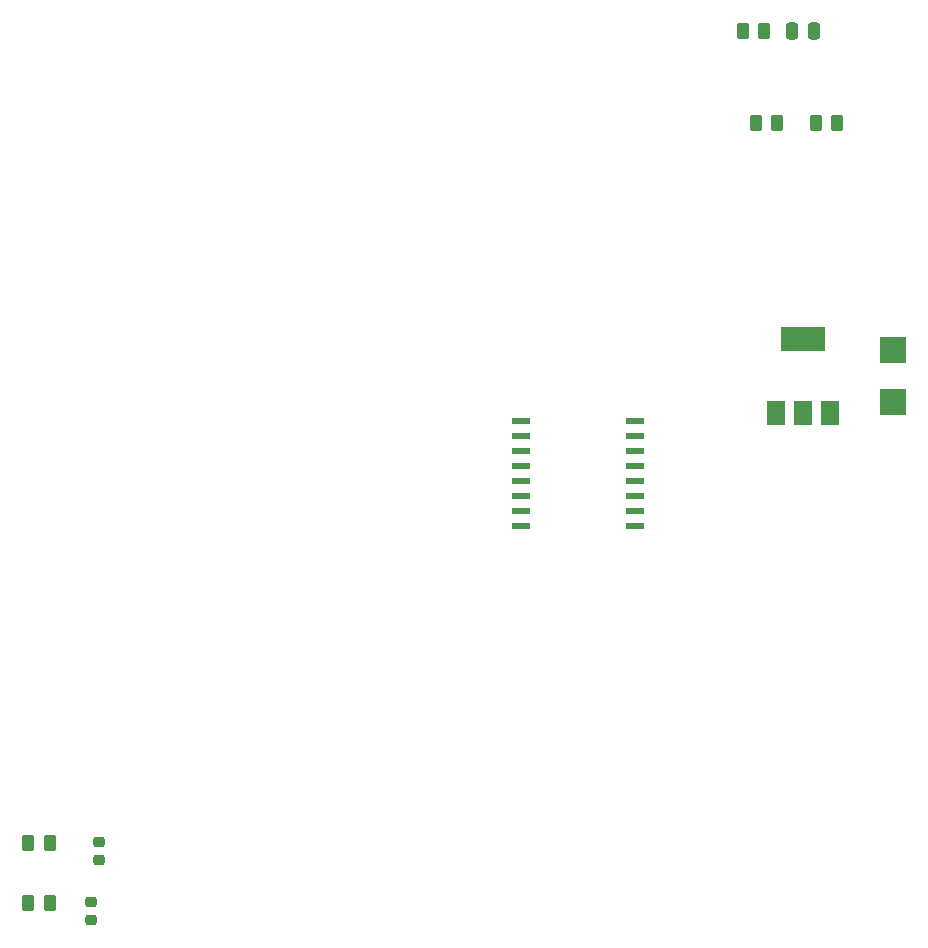
<source format=gbp>
%TF.GenerationSoftware,KiCad,Pcbnew,7.0.7*%
%TF.CreationDate,2024-02-03T16:35:20-08:00*%
%TF.ProjectId,Dyno22,44796e6f-3232-42e6-9b69-6361645f7063,rev?*%
%TF.SameCoordinates,Original*%
%TF.FileFunction,Paste,Bot*%
%TF.FilePolarity,Positive*%
%FSLAX46Y46*%
G04 Gerber Fmt 4.6, Leading zero omitted, Abs format (unit mm)*
G04 Created by KiCad (PCBNEW 7.0.7) date 2024-02-03 16:35:20*
%MOMM*%
%LPD*%
G01*
G04 APERTURE LIST*
G04 Aperture macros list*
%AMRoundRect*
0 Rectangle with rounded corners*
0 $1 Rounding radius*
0 $2 $3 $4 $5 $6 $7 $8 $9 X,Y pos of 4 corners*
0 Add a 4 corners polygon primitive as box body*
4,1,4,$2,$3,$4,$5,$6,$7,$8,$9,$2,$3,0*
0 Add four circle primitives for the rounded corners*
1,1,$1+$1,$2,$3*
1,1,$1+$1,$4,$5*
1,1,$1+$1,$6,$7*
1,1,$1+$1,$8,$9*
0 Add four rect primitives between the rounded corners*
20,1,$1+$1,$2,$3,$4,$5,0*
20,1,$1+$1,$4,$5,$6,$7,0*
20,1,$1+$1,$6,$7,$8,$9,0*
20,1,$1+$1,$8,$9,$2,$3,0*%
G04 Aperture macros list end*
%ADD10RoundRect,0.250000X0.262500X0.450000X-0.262500X0.450000X-0.262500X-0.450000X0.262500X-0.450000X0*%
%ADD11R,1.600200X0.533400*%
%ADD12RoundRect,0.250000X-0.262500X-0.450000X0.262500X-0.450000X0.262500X0.450000X-0.262500X0.450000X0*%
%ADD13RoundRect,0.225000X0.250000X-0.225000X0.250000X0.225000X-0.250000X0.225000X-0.250000X-0.225000X0*%
%ADD14R,1.500000X2.000000*%
%ADD15R,3.800000X2.000000*%
%ADD16R,2.311400X2.260600*%
%ADD17RoundRect,0.250000X-0.250000X-0.475000X0.250000X-0.475000X0.250000X0.475000X-0.250000X0.475000X0*%
%ADD18RoundRect,0.225000X-0.250000X0.225000X-0.250000X-0.225000X0.250000X-0.225000X0.250000X0.225000X0*%
G04 APERTURE END LIST*
D10*
%TO.C,R19*%
X129277500Y-130390000D03*
X127452500Y-130390000D03*
%TD*%
D11*
%TO.C,U3*%
X169164000Y-98425000D03*
X169164000Y-97155000D03*
X169164000Y-95885000D03*
X169164000Y-94615000D03*
X169164000Y-93345000D03*
X169164000Y-92075000D03*
X169164000Y-90805000D03*
X169164000Y-89535000D03*
X178816000Y-89535000D03*
X178816000Y-90805000D03*
X178816000Y-92075000D03*
X178816000Y-93345000D03*
X178816000Y-94615000D03*
X178816000Y-95885000D03*
X178816000Y-97155000D03*
X178816000Y-98425000D03*
%TD*%
D12*
%TO.C,R12*%
X194127500Y-64350000D03*
X195952500Y-64350000D03*
%TD*%
D13*
%TO.C,C6*%
X132810000Y-131800000D03*
X132810000Y-130250000D03*
%TD*%
D10*
%TO.C,R8*%
X189785000Y-56515000D03*
X187960000Y-56515000D03*
%TD*%
%TO.C,R20*%
X129277500Y-125310000D03*
X127452500Y-125310000D03*
%TD*%
D14*
%TO.C,U1*%
X195340000Y-88900000D03*
X193040000Y-88900000D03*
D15*
X193040000Y-82600000D03*
D14*
X190740000Y-88900000D03*
%TD*%
D16*
%TO.C,C2*%
X200660000Y-83553300D03*
X200660000Y-87896700D03*
%TD*%
D17*
%TO.C,C4*%
X192090000Y-56515000D03*
X193990000Y-56515000D03*
%TD*%
D10*
%TO.C,R15*%
X190872500Y-64350000D03*
X189047500Y-64350000D03*
%TD*%
D18*
%TO.C,C7*%
X133445000Y-125170000D03*
X133445000Y-126720000D03*
%TD*%
M02*

</source>
